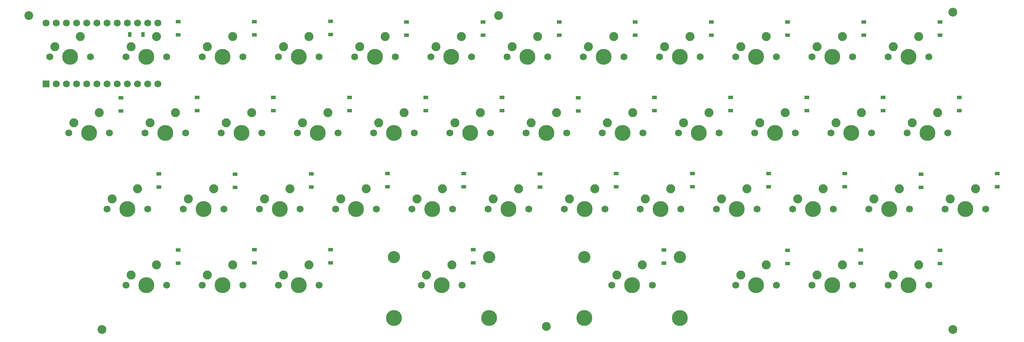
<source format=gbr>
G04 #@! TF.GenerationSoftware,KiCad,Pcbnew,(5.1.9-0-10_14)*
G04 #@! TF.CreationDate,2021-07-01T09:13:36-05:00*
G04 #@! TF.ProjectId,keyboard,6b657962-6f61-4726-942e-6b696361645f,rev?*
G04 #@! TF.SameCoordinates,Original*
G04 #@! TF.FileFunction,Soldermask,Bot*
G04 #@! TF.FilePolarity,Negative*
%FSLAX46Y46*%
G04 Gerber Fmt 4.6, Leading zero omitted, Abs format (unit mm)*
G04 Created by KiCad (PCBNEW (5.1.9-0-10_14)) date 2021-07-01 09:13:36*
%MOMM*%
%LPD*%
G01*
G04 APERTURE LIST*
%ADD10C,2.200000*%
%ADD11C,1.752600*%
%ADD12R,1.752600X1.752600*%
%ADD13C,2.250000*%
%ADD14C,3.987800*%
%ADD15C,1.750000*%
%ADD16C,3.048000*%
%ADD17R,1.200000X0.900000*%
%ADD18R,0.900000X1.200000*%
G04 APERTURE END LIST*
D10*
X141278600Y-19842500D03*
X153184100Y-97625100D03*
X254777700Y-19048800D03*
X254777700Y-98418800D03*
X42066100Y-98418800D03*
X23811000Y-19842500D03*
D11*
X28096100Y-21746900D03*
X56036100Y-36986900D03*
X30636100Y-21746900D03*
X33176100Y-21746900D03*
X35716100Y-21746900D03*
X38256100Y-21746900D03*
X40796100Y-21746900D03*
X43336100Y-21746900D03*
X45876100Y-21746900D03*
X48416100Y-21746900D03*
X50956100Y-21746900D03*
X53496100Y-21746900D03*
X56036100Y-21746900D03*
X53496100Y-36986900D03*
X50956100Y-36986900D03*
X48416100Y-36986900D03*
X45876100Y-36986900D03*
X43336100Y-36986900D03*
X40796100Y-36986900D03*
X38256100Y-36986900D03*
X35716100Y-36986900D03*
X33176100Y-36986900D03*
X30636100Y-36986900D03*
D12*
X28096100Y-36986900D03*
D13*
X70004500Y-63178200D03*
D14*
X67464500Y-68258200D03*
D13*
X63654500Y-65718200D03*
D15*
X62384500Y-68258200D03*
X72544500Y-68258200D03*
D13*
X150961900Y-25080600D03*
D14*
X148421900Y-30160600D03*
D13*
X144611900Y-27620600D03*
D15*
X143341900Y-30160600D03*
X153501900Y-30160600D03*
D13*
X89053300Y-63178200D03*
D14*
X86513300Y-68258200D03*
D13*
X82703300Y-65718200D03*
D15*
X81433300Y-68258200D03*
X91593300Y-68258200D03*
D13*
X74766700Y-82227000D03*
D14*
X72226700Y-87307000D03*
D13*
X68416700Y-84767000D03*
D15*
X67146700Y-87307000D03*
X77306700Y-87307000D03*
D13*
X74766700Y-25080600D03*
D14*
X72226700Y-30160600D03*
D13*
X68416700Y-27620600D03*
D15*
X67146700Y-30160600D03*
X77306700Y-30160600D03*
D13*
X127150900Y-63178200D03*
D14*
X124610900Y-68258200D03*
D13*
X120800900Y-65718200D03*
D15*
X119530900Y-68258200D03*
X129690900Y-68258200D03*
D13*
X170010700Y-25080600D03*
D14*
X167470700Y-30160600D03*
D13*
X163660700Y-27620600D03*
D15*
X162390700Y-30160600D03*
X172550700Y-30160600D03*
D13*
X36669100Y-25080600D03*
D14*
X34129100Y-30160600D03*
D13*
X30319100Y-27620600D03*
D15*
X29049100Y-30160600D03*
X39209100Y-30160600D03*
D13*
X131913100Y-25080600D03*
D14*
X129373100Y-30160600D03*
D13*
X125563100Y-27620600D03*
D15*
X124293100Y-30160600D03*
X134453100Y-30160600D03*
D13*
X129532000Y-82227000D03*
D14*
X126992000Y-87307000D03*
D13*
X123182000Y-84767000D03*
D15*
X121912000Y-87307000D03*
X132072000Y-87307000D03*
D16*
X115085750Y-80322000D03*
X138898250Y-80322000D03*
D14*
X115085750Y-95562000D03*
X138898250Y-95562000D03*
D13*
X246205900Y-82227000D03*
D14*
X243665900Y-87307000D03*
D13*
X239855900Y-84767000D03*
D15*
X238585900Y-87307000D03*
X248745900Y-87307000D03*
D13*
X177154000Y-82227000D03*
D14*
X174614000Y-87307000D03*
D13*
X170804000Y-84767000D03*
D15*
X169534000Y-87307000D03*
X179694000Y-87307000D03*
D16*
X162707750Y-80322000D03*
X186520250Y-80322000D03*
D14*
X162707750Y-95562000D03*
X186520250Y-95562000D03*
D13*
X241443700Y-63178200D03*
D14*
X238903700Y-68258200D03*
D13*
X235093700Y-65718200D03*
D15*
X233823700Y-68258200D03*
X243983700Y-68258200D03*
D13*
X50955700Y-63178200D03*
D14*
X48415700Y-68258200D03*
D13*
X44605700Y-65718200D03*
D15*
X43335700Y-68258200D03*
X53495700Y-68258200D03*
D13*
X231919300Y-44129400D03*
D14*
X229379300Y-49209400D03*
D13*
X225569300Y-46669400D03*
D15*
X224299300Y-49209400D03*
X234459300Y-49209400D03*
D13*
X79528900Y-44129400D03*
D14*
X76988900Y-49209400D03*
D13*
X73178900Y-46669400D03*
D15*
X71908900Y-49209400D03*
X82068900Y-49209400D03*
D13*
X112864300Y-25080600D03*
D14*
X110324300Y-30160600D03*
D13*
X106514300Y-27620600D03*
D15*
X105244300Y-30160600D03*
X115404300Y-30160600D03*
D13*
X250968100Y-44129400D03*
D14*
X248428100Y-49209400D03*
D13*
X244618100Y-46669400D03*
D15*
X243348100Y-49209400D03*
X253508100Y-49209400D03*
D13*
X55717900Y-25080600D03*
D14*
X53177900Y-30160600D03*
D13*
X49367900Y-27620600D03*
D15*
X48097900Y-30160600D03*
X58257900Y-30160600D03*
D13*
X227157100Y-25080600D03*
D14*
X224617100Y-30160600D03*
D13*
X220807100Y-27620600D03*
D15*
X219537100Y-30160600D03*
X229697100Y-30160600D03*
D13*
X208108300Y-25080600D03*
D14*
X205568300Y-30160600D03*
D13*
X201758300Y-27620600D03*
D15*
X200488300Y-30160600D03*
X210648300Y-30160600D03*
D13*
X165248500Y-63178200D03*
D14*
X162708500Y-68258200D03*
D13*
X158898500Y-65718200D03*
D15*
X157628500Y-68258200D03*
X167788500Y-68258200D03*
D13*
X208108300Y-82227000D03*
D14*
X205568300Y-87307000D03*
D13*
X201758300Y-84767000D03*
D15*
X200488300Y-87307000D03*
X210648300Y-87307000D03*
D13*
X184297300Y-63178200D03*
D14*
X181757300Y-68258200D03*
D13*
X177947300Y-65718200D03*
D15*
X176677300Y-68258200D03*
X186837300Y-68258200D03*
D13*
X212870500Y-44129400D03*
D14*
X210330500Y-49209400D03*
D13*
X206520500Y-46669400D03*
D15*
X205250500Y-49209400D03*
X215410500Y-49209400D03*
D13*
X193821700Y-44129400D03*
D14*
X191281700Y-49209400D03*
D13*
X187471700Y-46669400D03*
D15*
X186201700Y-49209400D03*
X196361700Y-49209400D03*
D13*
X174772900Y-44129400D03*
D14*
X172232900Y-49209400D03*
D13*
X168422900Y-46669400D03*
D15*
X167152900Y-49209400D03*
X177312900Y-49209400D03*
D13*
X189059500Y-25080600D03*
D14*
X186519500Y-30160600D03*
D13*
X182709500Y-27620600D03*
D15*
X181439500Y-30160600D03*
X191599500Y-30160600D03*
D13*
X155724100Y-44129400D03*
D14*
X153184100Y-49209400D03*
D13*
X149374100Y-46669400D03*
D15*
X148104100Y-49209400D03*
X158264100Y-49209400D03*
D13*
X136675300Y-44129400D03*
D14*
X134135300Y-49209400D03*
D13*
X130325300Y-46669400D03*
D15*
X129055300Y-49209400D03*
X139215300Y-49209400D03*
D13*
X117626500Y-44129400D03*
D14*
X115086500Y-49209400D03*
D13*
X111276500Y-46669400D03*
D15*
X110006500Y-49209400D03*
X120166500Y-49209400D03*
D13*
X227157100Y-82227000D03*
D14*
X224617100Y-87307000D03*
D13*
X220807100Y-84767000D03*
D15*
X219537100Y-87307000D03*
X229697100Y-87307000D03*
D13*
X93815500Y-25080600D03*
D14*
X91275500Y-30160600D03*
D13*
X87465500Y-27620600D03*
D15*
X86195500Y-30160600D03*
X96355500Y-30160600D03*
D13*
X222394900Y-63178200D03*
D14*
X219854900Y-68258200D03*
D13*
X216044900Y-65718200D03*
D15*
X214774900Y-68258200D03*
X224934900Y-68258200D03*
D13*
X98577700Y-44129400D03*
D14*
X96037700Y-49209400D03*
D13*
X92227700Y-46669400D03*
D15*
X90957700Y-49209400D03*
X101117700Y-49209400D03*
D13*
X41431300Y-44129400D03*
D14*
X38891300Y-49209400D03*
D13*
X35081300Y-46669400D03*
D15*
X33811300Y-49209400D03*
X43971300Y-49209400D03*
D13*
X55717900Y-82227000D03*
D14*
X53177900Y-87307000D03*
D13*
X49367900Y-84767000D03*
D15*
X48097900Y-87307000D03*
X58257900Y-87307000D03*
D13*
X203346100Y-63178200D03*
D14*
X200806100Y-68258200D03*
D13*
X196996100Y-65718200D03*
D15*
X195726100Y-68258200D03*
X205886100Y-68258200D03*
D13*
X108102100Y-63178200D03*
D14*
X105562100Y-68258200D03*
D13*
X101752100Y-65718200D03*
D15*
X100482100Y-68258200D03*
X110642100Y-68258200D03*
D13*
X246205900Y-25080600D03*
D14*
X243665900Y-30160600D03*
D13*
X239855900Y-27620600D03*
D15*
X238585900Y-30160600D03*
X248745900Y-30160600D03*
D13*
X146199700Y-63178200D03*
D14*
X143659700Y-68258200D03*
D13*
X139849700Y-65718200D03*
D15*
X138579700Y-68258200D03*
X148739700Y-68258200D03*
D13*
X93815500Y-82227000D03*
D14*
X91275500Y-87307000D03*
D13*
X87465500Y-84767000D03*
D15*
X86195500Y-87307000D03*
X96355500Y-87307000D03*
D13*
X60480100Y-44129400D03*
D14*
X57940100Y-49209400D03*
D13*
X54130100Y-46669400D03*
D15*
X52860100Y-49209400D03*
X63020100Y-49209400D03*
D13*
X260492500Y-63178200D03*
D14*
X257952500Y-68258200D03*
D13*
X254142500Y-65718200D03*
D15*
X252872500Y-68258200D03*
X263032500Y-68258200D03*
D17*
X75401500Y-62827500D03*
X75401500Y-59527500D03*
X156358900Y-24729900D03*
X156358900Y-21429900D03*
X94450300Y-62764900D03*
X94450300Y-59464900D03*
X80163700Y-81751100D03*
X80163700Y-78451100D03*
X80163700Y-24667300D03*
X80163700Y-21367300D03*
X132547900Y-62702300D03*
X132547900Y-59402300D03*
X175407700Y-24729900D03*
X175407700Y-21429900D03*
D18*
X49084200Y-24604700D03*
X52384200Y-24604700D03*
D17*
X137310100Y-24729900D03*
X137310100Y-21429900D03*
X134929000Y-81751100D03*
X134929000Y-78451100D03*
X251602900Y-81876300D03*
X251602900Y-78576300D03*
X182551000Y-81813700D03*
X182551000Y-78513700D03*
X246840700Y-62827500D03*
X246840700Y-59527500D03*
X56352700Y-62764900D03*
X56352700Y-59464900D03*
X237316300Y-43653500D03*
X237316300Y-40353500D03*
X84925900Y-43653500D03*
X84925900Y-40353500D03*
X118198700Y-24729900D03*
X118198700Y-21429900D03*
X256365100Y-43653500D03*
X256365100Y-40353500D03*
X61114900Y-24667300D03*
X61114900Y-21367300D03*
X232554100Y-24729900D03*
X232554100Y-21429900D03*
X213505300Y-24729900D03*
X213505300Y-21429900D03*
X170645500Y-62702300D03*
X170645500Y-59402300D03*
X213505300Y-81876300D03*
X213505300Y-78576300D03*
X189694300Y-62702300D03*
X189694300Y-59402300D03*
X218267500Y-43653500D03*
X218267500Y-40353500D03*
X199218700Y-43653500D03*
X199218700Y-40353500D03*
X180169900Y-43653500D03*
X180169900Y-40353500D03*
X194456500Y-24729900D03*
X194456500Y-21429900D03*
X161121100Y-43716100D03*
X161121100Y-40416100D03*
X142072300Y-43653500D03*
X142072300Y-40353500D03*
X123023500Y-43653500D03*
X123023500Y-40353500D03*
X231760400Y-81813700D03*
X231760400Y-78513700D03*
X99212500Y-24604700D03*
X99212500Y-21304700D03*
X227791900Y-62702300D03*
X227791900Y-59402300D03*
X103974700Y-43653500D03*
X103974700Y-40353500D03*
X46828300Y-43716100D03*
X46828300Y-40416100D03*
X61114900Y-81813700D03*
X61114900Y-78513700D03*
X208743100Y-62702300D03*
X208743100Y-59402300D03*
X113499100Y-62702300D03*
X113499100Y-59402300D03*
X251602900Y-24729900D03*
X251602900Y-21429900D03*
X151596700Y-62764900D03*
X151596700Y-59464900D03*
X99212500Y-81751100D03*
X99212500Y-78451100D03*
X65877100Y-43653500D03*
X65877100Y-40353500D03*
X265889500Y-62702300D03*
X265889500Y-59402300D03*
M02*

</source>
